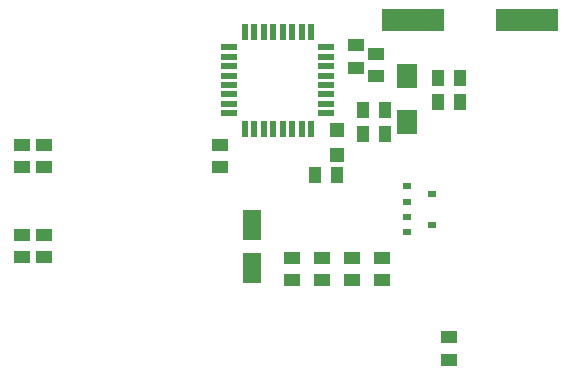
<source format=gbr>
G04 EAGLE Gerber RS-274X export*
G75*
%MOMM*%
%FSLAX34Y34*%
%LPD*%
%INSolderpaste Top*%
%IPPOS*%
%AMOC8*
5,1,8,0,0,1.08239X$1,22.5*%
G01*
%ADD10R,1.397000X1.092200*%
%ADD11R,1.092200X1.397000*%
%ADD12R,5.334000X1.930400*%
%ADD13R,1.473200X0.508000*%
%ADD14R,0.508000X1.473200*%
%ADD15R,1.200000X1.200000*%
%ADD16R,1.800000X2.100000*%
%ADD17R,0.700000X0.600000*%
%ADD18R,1.600000X2.600000*%


D10*
X358781Y297139D03*
X358781Y278343D03*
X376244Y289598D03*
X376244Y270802D03*
D11*
X365258Y242088D03*
X384054Y242088D03*
D12*
X406962Y318300D03*
X503482Y318300D03*
D13*
X334048Y239560D03*
X334048Y247434D03*
X334048Y255562D03*
X334048Y263436D03*
X334048Y271564D03*
X334048Y279438D03*
X334048Y287566D03*
X334048Y295440D03*
D14*
X320840Y308648D03*
X312966Y308648D03*
X304838Y308648D03*
X296964Y308648D03*
X288836Y308648D03*
X280962Y308648D03*
X272834Y308648D03*
X264960Y308648D03*
D13*
X251752Y295440D03*
X251752Y287566D03*
X251752Y279438D03*
X251752Y271564D03*
X251752Y263436D03*
X251752Y255562D03*
X251752Y247434D03*
X251752Y239560D03*
D14*
X264960Y226352D03*
X272834Y226352D03*
X280962Y226352D03*
X288836Y226352D03*
X296964Y226352D03*
X304838Y226352D03*
X312966Y226352D03*
X320840Y226352D03*
D10*
X330200Y98546D03*
X330200Y117342D03*
X304800Y117348D03*
X304800Y98552D03*
X355600Y98546D03*
X355600Y117342D03*
X381000Y117348D03*
X381000Y98552D03*
X438150Y49879D03*
X438150Y31083D03*
D11*
X323977Y187325D03*
X342773Y187325D03*
D15*
X342900Y204606D03*
X342900Y225606D03*
D10*
X243681Y193802D03*
X243681Y212598D03*
D16*
X402431Y271119D03*
X402431Y232119D03*
D17*
X402000Y151756D03*
X402000Y138756D03*
X423500Y145256D03*
X402000Y177950D03*
X402000Y164950D03*
X423500Y171450D03*
D10*
X76200Y212598D03*
X76200Y193802D03*
X95250Y212598D03*
X95250Y193802D03*
X95250Y117602D03*
X95250Y136398D03*
X76200Y117602D03*
X76200Y136398D03*
D11*
X428752Y249238D03*
X447548Y249238D03*
X365252Y222250D03*
X384048Y222250D03*
X428752Y269875D03*
X447548Y269875D03*
D18*
X270669Y109000D03*
X270669Y145000D03*
M02*

</source>
